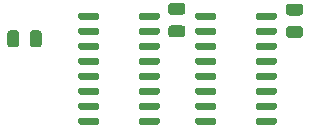
<source format=gbr>
%TF.GenerationSoftware,KiCad,Pcbnew,(5.1.7)-1*%
%TF.CreationDate,2020-11-02T22:58:22+00:00*%
%TF.ProjectId,STFM-TF536-Relocator+ROM-MkII,5354464d-2d54-4463-9533-362d52656c6f,rev?*%
%TF.SameCoordinates,Original*%
%TF.FileFunction,Paste,Top*%
%TF.FilePolarity,Positive*%
%FSLAX46Y46*%
G04 Gerber Fmt 4.6, Leading zero omitted, Abs format (unit mm)*
G04 Created by KiCad (PCBNEW (5.1.7)-1) date 2020-11-02 22:58:22*
%MOMM*%
%LPD*%
G01*
G04 APERTURE LIST*
G04 APERTURE END LIST*
%TO.C,C10*%
G36*
G01*
X83154500Y-121735000D02*
X84104500Y-121735000D01*
G75*
G02*
X84354500Y-121985000I0J-250000D01*
G01*
X84354500Y-122485000D01*
G75*
G02*
X84104500Y-122735000I-250000J0D01*
G01*
X83154500Y-122735000D01*
G75*
G02*
X82904500Y-122485000I0J250000D01*
G01*
X82904500Y-121985000D01*
G75*
G02*
X83154500Y-121735000I250000J0D01*
G01*
G37*
G36*
G01*
X83154500Y-119835000D02*
X84104500Y-119835000D01*
G75*
G02*
X84354500Y-120085000I0J-250000D01*
G01*
X84354500Y-120585000D01*
G75*
G02*
X84104500Y-120835000I-250000J0D01*
G01*
X83154500Y-120835000D01*
G75*
G02*
X82904500Y-120585000I0J250000D01*
G01*
X82904500Y-120085000D01*
G75*
G02*
X83154500Y-119835000I250000J0D01*
G01*
G37*
%TD*%
%TO.C,C8*%
G36*
G01*
X60319500Y-122334000D02*
X60319500Y-123284000D01*
G75*
G02*
X60069500Y-123534000I-250000J0D01*
G01*
X59569500Y-123534000D01*
G75*
G02*
X59319500Y-123284000I0J250000D01*
G01*
X59319500Y-122334000D01*
G75*
G02*
X59569500Y-122084000I250000J0D01*
G01*
X60069500Y-122084000D01*
G75*
G02*
X60319500Y-122334000I0J-250000D01*
G01*
G37*
G36*
G01*
X62219500Y-122334000D02*
X62219500Y-123284000D01*
G75*
G02*
X61969500Y-123534000I-250000J0D01*
G01*
X61469500Y-123534000D01*
G75*
G02*
X61219500Y-123284000I0J250000D01*
G01*
X61219500Y-122334000D01*
G75*
G02*
X61469500Y-122084000I250000J0D01*
G01*
X61969500Y-122084000D01*
G75*
G02*
X62219500Y-122334000I0J-250000D01*
G01*
G37*
%TD*%
%TO.C,C6*%
G36*
G01*
X73185000Y-121672000D02*
X74135000Y-121672000D01*
G75*
G02*
X74385000Y-121922000I0J-250000D01*
G01*
X74385000Y-122422000D01*
G75*
G02*
X74135000Y-122672000I-250000J0D01*
G01*
X73185000Y-122672000D01*
G75*
G02*
X72935000Y-122422000I0J250000D01*
G01*
X72935000Y-121922000D01*
G75*
G02*
X73185000Y-121672000I250000J0D01*
G01*
G37*
G36*
G01*
X73185000Y-119772000D02*
X74135000Y-119772000D01*
G75*
G02*
X74385000Y-120022000I0J-250000D01*
G01*
X74385000Y-120522000D01*
G75*
G02*
X74135000Y-120772000I-250000J0D01*
G01*
X73185000Y-120772000D01*
G75*
G02*
X72935000Y-120522000I0J250000D01*
G01*
X72935000Y-120022000D01*
G75*
G02*
X73185000Y-119772000I250000J0D01*
G01*
G37*
%TD*%
%TO.C,U7*%
G36*
G01*
X70470500Y-121054000D02*
X70470500Y-120754000D01*
G75*
G02*
X70620500Y-120604000I150000J0D01*
G01*
X72070500Y-120604000D01*
G75*
G02*
X72220500Y-120754000I0J-150000D01*
G01*
X72220500Y-121054000D01*
G75*
G02*
X72070500Y-121204000I-150000J0D01*
G01*
X70620500Y-121204000D01*
G75*
G02*
X70470500Y-121054000I0J150000D01*
G01*
G37*
G36*
G01*
X70470500Y-122324000D02*
X70470500Y-122024000D01*
G75*
G02*
X70620500Y-121874000I150000J0D01*
G01*
X72070500Y-121874000D01*
G75*
G02*
X72220500Y-122024000I0J-150000D01*
G01*
X72220500Y-122324000D01*
G75*
G02*
X72070500Y-122474000I-150000J0D01*
G01*
X70620500Y-122474000D01*
G75*
G02*
X70470500Y-122324000I0J150000D01*
G01*
G37*
G36*
G01*
X70470500Y-123594000D02*
X70470500Y-123294000D01*
G75*
G02*
X70620500Y-123144000I150000J0D01*
G01*
X72070500Y-123144000D01*
G75*
G02*
X72220500Y-123294000I0J-150000D01*
G01*
X72220500Y-123594000D01*
G75*
G02*
X72070500Y-123744000I-150000J0D01*
G01*
X70620500Y-123744000D01*
G75*
G02*
X70470500Y-123594000I0J150000D01*
G01*
G37*
G36*
G01*
X70470500Y-124864000D02*
X70470500Y-124564000D01*
G75*
G02*
X70620500Y-124414000I150000J0D01*
G01*
X72070500Y-124414000D01*
G75*
G02*
X72220500Y-124564000I0J-150000D01*
G01*
X72220500Y-124864000D01*
G75*
G02*
X72070500Y-125014000I-150000J0D01*
G01*
X70620500Y-125014000D01*
G75*
G02*
X70470500Y-124864000I0J150000D01*
G01*
G37*
G36*
G01*
X70470500Y-126134000D02*
X70470500Y-125834000D01*
G75*
G02*
X70620500Y-125684000I150000J0D01*
G01*
X72070500Y-125684000D01*
G75*
G02*
X72220500Y-125834000I0J-150000D01*
G01*
X72220500Y-126134000D01*
G75*
G02*
X72070500Y-126284000I-150000J0D01*
G01*
X70620500Y-126284000D01*
G75*
G02*
X70470500Y-126134000I0J150000D01*
G01*
G37*
G36*
G01*
X70470500Y-127404000D02*
X70470500Y-127104000D01*
G75*
G02*
X70620500Y-126954000I150000J0D01*
G01*
X72070500Y-126954000D01*
G75*
G02*
X72220500Y-127104000I0J-150000D01*
G01*
X72220500Y-127404000D01*
G75*
G02*
X72070500Y-127554000I-150000J0D01*
G01*
X70620500Y-127554000D01*
G75*
G02*
X70470500Y-127404000I0J150000D01*
G01*
G37*
G36*
G01*
X70470500Y-128674000D02*
X70470500Y-128374000D01*
G75*
G02*
X70620500Y-128224000I150000J0D01*
G01*
X72070500Y-128224000D01*
G75*
G02*
X72220500Y-128374000I0J-150000D01*
G01*
X72220500Y-128674000D01*
G75*
G02*
X72070500Y-128824000I-150000J0D01*
G01*
X70620500Y-128824000D01*
G75*
G02*
X70470500Y-128674000I0J150000D01*
G01*
G37*
G36*
G01*
X70470500Y-129944000D02*
X70470500Y-129644000D01*
G75*
G02*
X70620500Y-129494000I150000J0D01*
G01*
X72070500Y-129494000D01*
G75*
G02*
X72220500Y-129644000I0J-150000D01*
G01*
X72220500Y-129944000D01*
G75*
G02*
X72070500Y-130094000I-150000J0D01*
G01*
X70620500Y-130094000D01*
G75*
G02*
X70470500Y-129944000I0J150000D01*
G01*
G37*
G36*
G01*
X65320500Y-129944000D02*
X65320500Y-129644000D01*
G75*
G02*
X65470500Y-129494000I150000J0D01*
G01*
X66920500Y-129494000D01*
G75*
G02*
X67070500Y-129644000I0J-150000D01*
G01*
X67070500Y-129944000D01*
G75*
G02*
X66920500Y-130094000I-150000J0D01*
G01*
X65470500Y-130094000D01*
G75*
G02*
X65320500Y-129944000I0J150000D01*
G01*
G37*
G36*
G01*
X65320500Y-128674000D02*
X65320500Y-128374000D01*
G75*
G02*
X65470500Y-128224000I150000J0D01*
G01*
X66920500Y-128224000D01*
G75*
G02*
X67070500Y-128374000I0J-150000D01*
G01*
X67070500Y-128674000D01*
G75*
G02*
X66920500Y-128824000I-150000J0D01*
G01*
X65470500Y-128824000D01*
G75*
G02*
X65320500Y-128674000I0J150000D01*
G01*
G37*
G36*
G01*
X65320500Y-127404000D02*
X65320500Y-127104000D01*
G75*
G02*
X65470500Y-126954000I150000J0D01*
G01*
X66920500Y-126954000D01*
G75*
G02*
X67070500Y-127104000I0J-150000D01*
G01*
X67070500Y-127404000D01*
G75*
G02*
X66920500Y-127554000I-150000J0D01*
G01*
X65470500Y-127554000D01*
G75*
G02*
X65320500Y-127404000I0J150000D01*
G01*
G37*
G36*
G01*
X65320500Y-126134000D02*
X65320500Y-125834000D01*
G75*
G02*
X65470500Y-125684000I150000J0D01*
G01*
X66920500Y-125684000D01*
G75*
G02*
X67070500Y-125834000I0J-150000D01*
G01*
X67070500Y-126134000D01*
G75*
G02*
X66920500Y-126284000I-150000J0D01*
G01*
X65470500Y-126284000D01*
G75*
G02*
X65320500Y-126134000I0J150000D01*
G01*
G37*
G36*
G01*
X65320500Y-124864000D02*
X65320500Y-124564000D01*
G75*
G02*
X65470500Y-124414000I150000J0D01*
G01*
X66920500Y-124414000D01*
G75*
G02*
X67070500Y-124564000I0J-150000D01*
G01*
X67070500Y-124864000D01*
G75*
G02*
X66920500Y-125014000I-150000J0D01*
G01*
X65470500Y-125014000D01*
G75*
G02*
X65320500Y-124864000I0J150000D01*
G01*
G37*
G36*
G01*
X65320500Y-123594000D02*
X65320500Y-123294000D01*
G75*
G02*
X65470500Y-123144000I150000J0D01*
G01*
X66920500Y-123144000D01*
G75*
G02*
X67070500Y-123294000I0J-150000D01*
G01*
X67070500Y-123594000D01*
G75*
G02*
X66920500Y-123744000I-150000J0D01*
G01*
X65470500Y-123744000D01*
G75*
G02*
X65320500Y-123594000I0J150000D01*
G01*
G37*
G36*
G01*
X65320500Y-122324000D02*
X65320500Y-122024000D01*
G75*
G02*
X65470500Y-121874000I150000J0D01*
G01*
X66920500Y-121874000D01*
G75*
G02*
X67070500Y-122024000I0J-150000D01*
G01*
X67070500Y-122324000D01*
G75*
G02*
X66920500Y-122474000I-150000J0D01*
G01*
X65470500Y-122474000D01*
G75*
G02*
X65320500Y-122324000I0J150000D01*
G01*
G37*
G36*
G01*
X65320500Y-121054000D02*
X65320500Y-120754000D01*
G75*
G02*
X65470500Y-120604000I150000J0D01*
G01*
X66920500Y-120604000D01*
G75*
G02*
X67070500Y-120754000I0J-150000D01*
G01*
X67070500Y-121054000D01*
G75*
G02*
X66920500Y-121204000I-150000J0D01*
G01*
X65470500Y-121204000D01*
G75*
G02*
X65320500Y-121054000I0J150000D01*
G01*
G37*
%TD*%
%TO.C,U6*%
G36*
G01*
X80376500Y-121054000D02*
X80376500Y-120754000D01*
G75*
G02*
X80526500Y-120604000I150000J0D01*
G01*
X81976500Y-120604000D01*
G75*
G02*
X82126500Y-120754000I0J-150000D01*
G01*
X82126500Y-121054000D01*
G75*
G02*
X81976500Y-121204000I-150000J0D01*
G01*
X80526500Y-121204000D01*
G75*
G02*
X80376500Y-121054000I0J150000D01*
G01*
G37*
G36*
G01*
X80376500Y-122324000D02*
X80376500Y-122024000D01*
G75*
G02*
X80526500Y-121874000I150000J0D01*
G01*
X81976500Y-121874000D01*
G75*
G02*
X82126500Y-122024000I0J-150000D01*
G01*
X82126500Y-122324000D01*
G75*
G02*
X81976500Y-122474000I-150000J0D01*
G01*
X80526500Y-122474000D01*
G75*
G02*
X80376500Y-122324000I0J150000D01*
G01*
G37*
G36*
G01*
X80376500Y-123594000D02*
X80376500Y-123294000D01*
G75*
G02*
X80526500Y-123144000I150000J0D01*
G01*
X81976500Y-123144000D01*
G75*
G02*
X82126500Y-123294000I0J-150000D01*
G01*
X82126500Y-123594000D01*
G75*
G02*
X81976500Y-123744000I-150000J0D01*
G01*
X80526500Y-123744000D01*
G75*
G02*
X80376500Y-123594000I0J150000D01*
G01*
G37*
G36*
G01*
X80376500Y-124864000D02*
X80376500Y-124564000D01*
G75*
G02*
X80526500Y-124414000I150000J0D01*
G01*
X81976500Y-124414000D01*
G75*
G02*
X82126500Y-124564000I0J-150000D01*
G01*
X82126500Y-124864000D01*
G75*
G02*
X81976500Y-125014000I-150000J0D01*
G01*
X80526500Y-125014000D01*
G75*
G02*
X80376500Y-124864000I0J150000D01*
G01*
G37*
G36*
G01*
X80376500Y-126134000D02*
X80376500Y-125834000D01*
G75*
G02*
X80526500Y-125684000I150000J0D01*
G01*
X81976500Y-125684000D01*
G75*
G02*
X82126500Y-125834000I0J-150000D01*
G01*
X82126500Y-126134000D01*
G75*
G02*
X81976500Y-126284000I-150000J0D01*
G01*
X80526500Y-126284000D01*
G75*
G02*
X80376500Y-126134000I0J150000D01*
G01*
G37*
G36*
G01*
X80376500Y-127404000D02*
X80376500Y-127104000D01*
G75*
G02*
X80526500Y-126954000I150000J0D01*
G01*
X81976500Y-126954000D01*
G75*
G02*
X82126500Y-127104000I0J-150000D01*
G01*
X82126500Y-127404000D01*
G75*
G02*
X81976500Y-127554000I-150000J0D01*
G01*
X80526500Y-127554000D01*
G75*
G02*
X80376500Y-127404000I0J150000D01*
G01*
G37*
G36*
G01*
X80376500Y-128674000D02*
X80376500Y-128374000D01*
G75*
G02*
X80526500Y-128224000I150000J0D01*
G01*
X81976500Y-128224000D01*
G75*
G02*
X82126500Y-128374000I0J-150000D01*
G01*
X82126500Y-128674000D01*
G75*
G02*
X81976500Y-128824000I-150000J0D01*
G01*
X80526500Y-128824000D01*
G75*
G02*
X80376500Y-128674000I0J150000D01*
G01*
G37*
G36*
G01*
X80376500Y-129944000D02*
X80376500Y-129644000D01*
G75*
G02*
X80526500Y-129494000I150000J0D01*
G01*
X81976500Y-129494000D01*
G75*
G02*
X82126500Y-129644000I0J-150000D01*
G01*
X82126500Y-129944000D01*
G75*
G02*
X81976500Y-130094000I-150000J0D01*
G01*
X80526500Y-130094000D01*
G75*
G02*
X80376500Y-129944000I0J150000D01*
G01*
G37*
G36*
G01*
X75226500Y-129944000D02*
X75226500Y-129644000D01*
G75*
G02*
X75376500Y-129494000I150000J0D01*
G01*
X76826500Y-129494000D01*
G75*
G02*
X76976500Y-129644000I0J-150000D01*
G01*
X76976500Y-129944000D01*
G75*
G02*
X76826500Y-130094000I-150000J0D01*
G01*
X75376500Y-130094000D01*
G75*
G02*
X75226500Y-129944000I0J150000D01*
G01*
G37*
G36*
G01*
X75226500Y-128674000D02*
X75226500Y-128374000D01*
G75*
G02*
X75376500Y-128224000I150000J0D01*
G01*
X76826500Y-128224000D01*
G75*
G02*
X76976500Y-128374000I0J-150000D01*
G01*
X76976500Y-128674000D01*
G75*
G02*
X76826500Y-128824000I-150000J0D01*
G01*
X75376500Y-128824000D01*
G75*
G02*
X75226500Y-128674000I0J150000D01*
G01*
G37*
G36*
G01*
X75226500Y-127404000D02*
X75226500Y-127104000D01*
G75*
G02*
X75376500Y-126954000I150000J0D01*
G01*
X76826500Y-126954000D01*
G75*
G02*
X76976500Y-127104000I0J-150000D01*
G01*
X76976500Y-127404000D01*
G75*
G02*
X76826500Y-127554000I-150000J0D01*
G01*
X75376500Y-127554000D01*
G75*
G02*
X75226500Y-127404000I0J150000D01*
G01*
G37*
G36*
G01*
X75226500Y-126134000D02*
X75226500Y-125834000D01*
G75*
G02*
X75376500Y-125684000I150000J0D01*
G01*
X76826500Y-125684000D01*
G75*
G02*
X76976500Y-125834000I0J-150000D01*
G01*
X76976500Y-126134000D01*
G75*
G02*
X76826500Y-126284000I-150000J0D01*
G01*
X75376500Y-126284000D01*
G75*
G02*
X75226500Y-126134000I0J150000D01*
G01*
G37*
G36*
G01*
X75226500Y-124864000D02*
X75226500Y-124564000D01*
G75*
G02*
X75376500Y-124414000I150000J0D01*
G01*
X76826500Y-124414000D01*
G75*
G02*
X76976500Y-124564000I0J-150000D01*
G01*
X76976500Y-124864000D01*
G75*
G02*
X76826500Y-125014000I-150000J0D01*
G01*
X75376500Y-125014000D01*
G75*
G02*
X75226500Y-124864000I0J150000D01*
G01*
G37*
G36*
G01*
X75226500Y-123594000D02*
X75226500Y-123294000D01*
G75*
G02*
X75376500Y-123144000I150000J0D01*
G01*
X76826500Y-123144000D01*
G75*
G02*
X76976500Y-123294000I0J-150000D01*
G01*
X76976500Y-123594000D01*
G75*
G02*
X76826500Y-123744000I-150000J0D01*
G01*
X75376500Y-123744000D01*
G75*
G02*
X75226500Y-123594000I0J150000D01*
G01*
G37*
G36*
G01*
X75226500Y-122324000D02*
X75226500Y-122024000D01*
G75*
G02*
X75376500Y-121874000I150000J0D01*
G01*
X76826500Y-121874000D01*
G75*
G02*
X76976500Y-122024000I0J-150000D01*
G01*
X76976500Y-122324000D01*
G75*
G02*
X76826500Y-122474000I-150000J0D01*
G01*
X75376500Y-122474000D01*
G75*
G02*
X75226500Y-122324000I0J150000D01*
G01*
G37*
G36*
G01*
X75226500Y-121054000D02*
X75226500Y-120754000D01*
G75*
G02*
X75376500Y-120604000I150000J0D01*
G01*
X76826500Y-120604000D01*
G75*
G02*
X76976500Y-120754000I0J-150000D01*
G01*
X76976500Y-121054000D01*
G75*
G02*
X76826500Y-121204000I-150000J0D01*
G01*
X75376500Y-121204000D01*
G75*
G02*
X75226500Y-121054000I0J150000D01*
G01*
G37*
%TD*%
M02*

</source>
